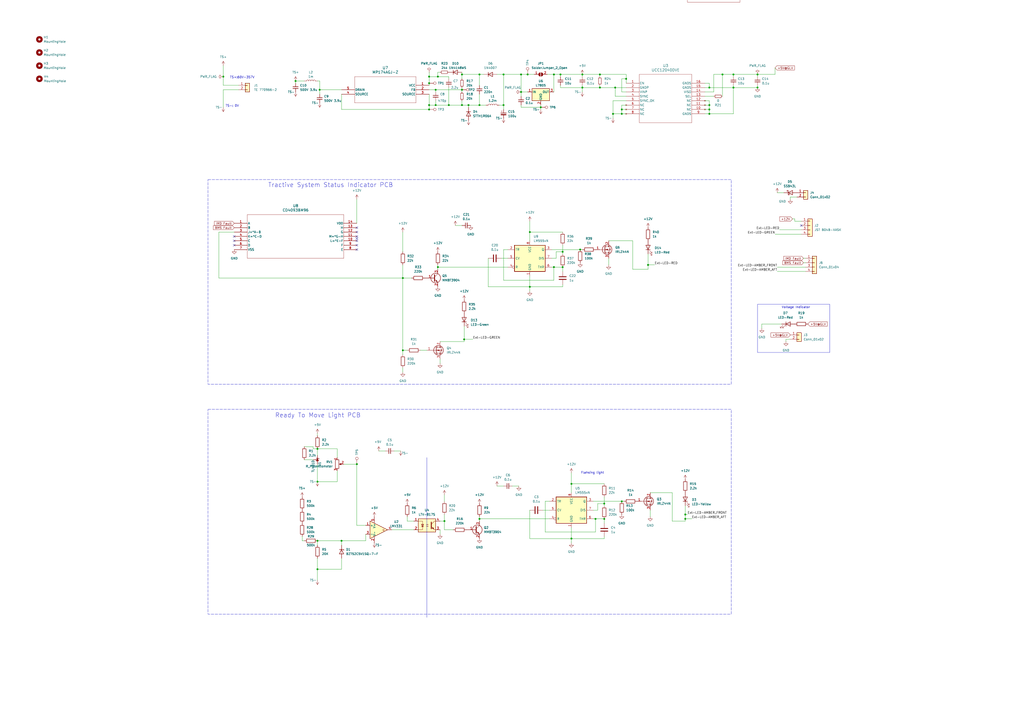
<source format=kicad_sch>
(kicad_sch (version 20250114) (generator "eeschema") (generator_version "9.0")
  (paper "A2")
  (title_block (title "TSSI & RTML and Voltage Indicator") (date "2025-1-05") (rev "1") (company "Bronco Racing"))
  (rectangle (start 439.42 176.53) (end 481.33 204.47))
  (rectangle (start 120.65 104.14) (end 424.18 222.885) (stroke (width 0) (type dash)))
  (rectangle (start 120.65 237.49) (end 424.18 356.235) (stroke (width 0) (type dash)))
  (text "Flahsing light\n" (at 343.662 274.32 0) (effects (font (size 1.27 1.27))))
  (text "TS+:60V-357V" (at 133.35 45.72 0) (effects (font (size 1.27 1.27)) (justify left bottom)))
  (text "Voltage Indicator\n" (at 453.39 179.07 0) (effects (font (size 1.27 1.27)) (justify left bottom)))
  (text "Tractive System Status Indicator PCB\n" (at 191.77 107.442 0) (effects (font (size 2.54 2.54))))
  (text "Ready To Move Light PCB\n\n\n" (at 184.404 245.11 0) (effects (font (size 2.54 2.54))))
  (text "TS-: 0V\n" (at 130.81 62.23 0) (effects (font (size 1.27 1.27)) (justify left bottom)))
  (junction (at 302.26 53.34))
  (junction (at 254 44.45))
  (junction (at 184.15 313.69))
  (junction (at 248.92 48.26))
  (junction (at 292.1 60.96))
  (junction (at 337.82 50.8))
  (junction (at 345.44 300.99))
  (junction (at 331.47 312.42))
  (junction (at 350.52 292.1))
  (junction (at 356.87 50.8))
  (junction (at 360.68 63.5))
  (junction (at 439.42 50.8))
  (junction (at 233.68 161.29))
  (junction (at 184.15 330.2))
  (junction (at 326.39 154.94))
  (junction (at 252.73 52.07))
  (junction (at 337.82 43.18))
  (junction (at 171.45 46.99))
  (junction (at 425.45 50.8))
  (junction (at 306.07 43.18))
  (junction (at 326.39 146.05))
  (junction (at 207.01 269.24))
  (junction (at 336.55 144.78))
  (junction (at 267.97 43.18))
  (junction (at 411.48 50.8))
  (junction (at 254 154.94))
  (junction (at 363.22 45.72))
  (junction (at 292.1 43.18))
  (junction (at 260.35 60.96))
  (junction (at 350.52 300.99))
  (junction (at 411.48 63.5))
  (junction (at 129.54 44.45))
  (junction (at 397.51 298.45))
  (junction (at 233.68 203.2))
  (junction (at 360.68 66.04))
  (junction (at 313.69 62.23))
  (junction (at 248.92 63.5))
  (junction (at 185.42 52.07))
  (junction (at 198.12 313.69))
  (junction (at 331.47 280.67))
  (junction (at 355.6 66.04))
  (junction (at 360.68 290.83))
  (junction (at 278.13 300.99))
  (junction (at 257.81 302.26))
  (junction (at 425.45 43.18))
  (junction (at 439.42 43.18))
  (junction (at 321.31 43.18))
  (junction (at 347.98 43.18))
  (junction (at 307.34 134.62))
  (junction (at 252.73 60.96))
  (junction (at 321.31 154.94))
  (junction (at 278.13 43.18))
  (junction (at 184.15 260.35))
  (junction (at 302.26 43.18))
  (junction (at 269.24 196.85))
  (junction (at 271.78 60.96))
  (junction (at 248.92 44.45))
  (junction (at 411.48 66.04))
  (junction (at 248.92 60.96))
  (junction (at 267.97 60.96))
  (junction (at 184.15 279.4))
  (junction (at 411.48 60.96))
  (junction (at 397.51 300.99))
  (junction (at 375.92 153.67))
  (junction (at 307.34 166.37))
  (junction (at 325.12 43.18))
  (junction (at 267.97 52.07))
  (junction (at 419.1 43.18))
  (junction (at 347.98 50.8))
  (junction (at 278.13 60.96))
  (no_connect (at 207.01 142.24))
  (no_connect (at 363.22 -15.24))
  (no_connect (at 373.38 -15.24))
  (no_connect (at 391.16 -22.86))
  (no_connect (at 391.16 -13.97))
  (no_connect (at 391.16 -11.43))
  (no_connect (at 391.16 -21.59))
  (no_connect (at 369.57 -31.75))
  (no_connect (at 375.92 -26.67))
  (no_connect (at 375.92 -21.59))
  (no_connect (at 391.16 -16.51))
  (no_connect (at 369.57 -34.29))
  (no_connect (at 464.82 130.81))
  (no_connect (at 391.16 -8.89))
  (no_connect (at 436.88 -3.81))
  (no_connect (at 135.89 137.16))
  (no_connect (at 207.01 144.78))
  (no_connect (at 135.89 139.7))
  (no_connect (at 436.88 -21.59))
  (no_connect (at 391.16 -6.35))
  (no_connect (at 436.88 -19.05))
  (no_connect (at 391.16 -3.81))
  (no_connect (at 360.68 -26.67))
  (no_connect (at 207.01 137.16))
  (no_connect (at 207.01 134.62))
  (no_connect (at 436.88 -16.51))
  (no_connect (at 207.01 138.43))
  (no_connect (at 135.89 142.24))
  (no_connect (at 391.16 -19.05))
  (no_connect (at 381 -15.24))
  (no_connect (at 360.68 -21.59))
  (no_connect (at 207.01 139.7))
  (no_connect (at 207.01 132.08))
  (no_connect (at 436.88 -13.97))
  (wire (pts (xy 345.44 308.61) (xy 316.23 308.61)))
  (wire (pts (xy 375.92 153.67) (xy 375.92 156.21)))
  (wire (pts (xy 232.41 261.62) (xy 228.6 261.62)))
  (wire (pts (xy 184.15 323.85) (xy 184.15 330.2)))
  (wire (pts (xy 248.92 60.96) (xy 252.73 60.96)))
  (wire (pts (xy 233.68 161.29) (xy 238.76 161.29)))
  (wire (pts (xy 347.98 49.53) (xy 347.98 50.8)))
  (wire (pts (xy 360.68 66.04) (xy 363.22 66.04)))
  (wire (pts (xy 260.35 60.96) (xy 267.97 60.96)))
  (wire (pts (xy 199.39 269.24) (xy 207.01 269.24)))
  (wire (pts (xy 171.45 46.99) (xy 176.53 46.99)))
  (wire (pts (xy 419.1 43.18) (xy 414.02 43.18)))
  (wire (pts (xy 233.68 213.36) (xy 233.68 215.9)))
  (wire (pts (xy 425.45 43.18) (xy 425.45 44.45)))
  (wire (pts (xy 233.68 134.62) (xy 233.68 146.05)))
  (wire (pts (xy 377.19 295.91) (xy 377.19 299.72)))
  (wire (pts (xy 411.48 60.96) (xy 408.94 60.96)))
  (wire (pts (xy 292.1 63.5) (xy 292.1 60.96)))
  (wire (pts (xy 307.34 160.02) (xy 307.34 166.37)))
  (wire (pts (xy 184.15 330.2) (xy 184.15 336.55)))
  (wire (pts (xy 278.13 300.99) (xy 318.77 300.99)))
  (wire (pts (xy 414.02 43.18) (xy 414.02 53.34)))
  (wire (pts (xy 441.96 187.96) (xy 441.96 190.5)))
  (wire (pts (xy 207.01 304.8) (xy 212.09 304.8)))
  (wire (pts (xy 302.26 53.34) (xy 302.26 55.88)))
  (wire (pts (xy 320.04 149.86) (xy 322.58 149.86)))
  (wire (pts (xy 350.52 303.53) (xy 350.52 300.99)))
  (wire (pts (xy 248.92 44.45) (xy 254 44.45)))
  (wire (pts (xy 347.98 43.18) (xy 363.22 43.18)))
  (wire (pts (xy 184.15 313.69) (xy 184.15 316.23)))
  (wire (pts (xy 207.01 115.57) (xy 207.01 129.54)))
  (wire (pts (xy 184.15 269.24) (xy 184.15 279.4)))
  (wire (pts (xy 175.26 313.69) (xy 175.26 311.15)))
  (wire (pts (xy 389.89 302.26) (xy 389.89 285.75)))
  (wire (pts (xy 269.24 189.23) (xy 269.24 196.85)))
  (wire (pts (xy 254 154.94) (xy 294.64 154.94)))
  (wire (pts (xy 302.26 60.96) (xy 302.26 62.23)))
  (wire (pts (xy 184.15 260.35) (xy 195.58 260.35)))
  (wire (pts (xy 267.97 45.72) (xy 267.97 43.18)))
  (wire (pts (xy 360.68 63.5) (xy 360.68 60.96)))
  (wire (pts (xy 337.82 43.18) (xy 337.82 44.45)))
  (wire (pts (xy 129.54 44.45) (xy 129.54 49.53)))
  (wire (pts (xy 267.97 52.07) (xy 267.97 53.34)))
  (wire (pts (xy 255.27 41.91) (xy 254 41.91)))
  (wire (pts (xy 129.54 52.07) (xy 129.54 62.23)))
  (wire (pts (xy 135.89 134.62) (xy 127 134.62)))
  (wire (pts (xy 267.97 43.18) (xy 278.13 43.18)))
  (wire (pts (xy 455.93 196.85) (xy 455.93 198.12)))
  (wire (pts (xy 292.1 43.18) (xy 288.29 43.18)))
  (wire (pts (xy 466.09 149.86) (xy 467.36 149.86)))
  (wire (pts (xy 321.31 154.94) (xy 321.31 162.56)))
  (wire (pts (xy 260.35 44.45) (xy 260.35 45.72)))
  (wire (pts (xy 458.47 115.57) (xy 458.47 114.3)))
  (wire (pts (xy 350.52 312.42) (xy 350.52 311.15)))
  (wire (pts (xy 181.61 260.35) (xy 184.15 260.35)))
  (wire (pts (xy 212.09 313.69) (xy 212.09 309.88)))
  (wire (pts (xy 356.87 50.8) (xy 363.22 50.8)))
  (wire (pts (xy 267.97 58.42) (xy 267.97 60.96)))
  (wire (pts (xy 257.81 307.34) (xy 262.89 307.34)))
  (wire (pts (xy 449.58 43.18) (xy 439.42 43.18)))
  (wire (pts (xy 316.23 290.83) (xy 316.23 308.61)))
  (wire (pts (xy 363.22 58.42) (xy 355.6 58.42)))
  (wire (pts (xy 317.5 43.18) (xy 321.31 43.18)))
  (wire (pts (xy 347.98 50.8) (xy 356.87 50.8)))
  (wire (pts (xy 129.54 38.1) (xy 129.54 44.45)))
  (wire (pts (xy 360.68 60.96) (xy 363.22 60.96)))
  (wire (pts (xy 320.04 144.78) (xy 336.55 144.78)))
  (wire (pts (xy 411.48 63.5) (xy 408.94 63.5)))
  (wire (pts (xy 411.48 50.8) (xy 425.45 50.8)))
  (wire (pts (xy 344.17 300.99) (xy 345.44 300.99)))
  (wire (pts (xy 283.21 166.37) (xy 307.34 166.37)))
  (wire (pts (xy 248.92 48.26) (xy 248.92 49.53)))
  (wire (pts (xy 307.34 134.62) (xy 326.39 134.62)))
  (wire (pts (xy 356.87 55.88) (xy 356.87 50.8)))
  (wire (pts (xy 233.68 203.2) (xy 233.68 205.74)))
  (wire (pts (xy 397.51 293.37) (xy 397.51 298.45)))
  (wire (pts (xy 313.69 62.23) (xy 313.69 60.96)))
  (wire (pts (xy 314.96 295.91) (xy 318.77 295.91)))
  (wire (pts (xy 248.92 41.91) (xy 248.92 44.45)))
  (wire (pts (xy 363.22 55.88) (xy 356.87 55.88)))
  (wire (pts (xy 360.68 66.04) (xy 360.68 63.5)))
  (wire (pts (xy 278.13 54.61) (xy 278.13 60.96)))
  (wire (pts (xy 255.27 302.26) (xy 257.81 302.26)))
  (wire (pts (xy 326.39 146.05) (xy 326.39 147.32)))
  (wire (pts (xy 300.99 281.94) (xy 297.18 281.94)))
  (wire (pts (xy 307.34 166.37) (xy 307.34 168.91)))
  (wire (pts (xy 233.68 203.2) (xy 236.22 203.2)))
  (wire (pts (xy 360.68 53.34) (xy 360.68 45.72)))
  (wire (pts (xy 289.56 60.96) (xy 292.1 60.96)))
  (wire (pts (xy 236.22 302.26) (xy 240.03 302.26)))
  (wire (pts (xy 302.26 62.23) (xy 313.69 62.23)))
  (wire (pts (xy 337.82 43.18) (xy 347.98 43.18)))
  (wire (pts (xy 267.97 41.91) (xy 267.97 43.18)))
  (wire (pts (xy 363.22 43.18) (xy 363.22 45.72)))
  (wire (pts (xy 450.85 111.76) (xy 454.66 111.76)))
  (wire (pts (xy 313.69 63.5) (xy 313.69 62.23)))
  (wire (pts (xy 449.58 135.89) (xy 464.82 135.89)))
  (wire (pts (xy 325.12 43.18) (xy 337.82 43.18)))
  (wire (pts (xy 198.12 63.5) (xy 198.12 54.61)))
  (wire (pts (xy 439.42 43.18) (xy 425.45 43.18)))
  (wire (pts (xy 397.51 300.99) (xy 401.32 300.99)))
  (wire (pts (xy 184.15 279.4) (xy 195.58 279.4)))
  (wire (pts (xy 252.73 53.34) (xy 252.73 52.07)))
  (wire (pts (xy 331.47 312.42) (xy 331.47 314.96)))
  (wire (pts (xy 346.71 295.91) (xy 346.71 292.1)))
  (wire (pts (xy 184.15 251.46) (xy 184.15 252.73)))
  (wire (pts (xy 397.51 298.45) (xy 398.78 298.45)))
  (wire (pts (xy 337.82 50.8) (xy 337.82 53.34)))
  (wire (pts (xy 290.83 149.86) (xy 294.64 149.86)))
  (wire (pts (xy 207.01 269.24) (xy 207.01 304.8)))
  (wire (pts (xy 389.89 285.75) (xy 377.19 285.75)))
  (wire (pts (xy 411.48 58.42) (xy 408.94 58.42)))
  (wire (pts (xy 254 154.94) (xy 254 156.21)))
  (wire (pts (xy 271.78 62.23) (xy 271.78 60.96)))
  (wire (pts (xy 344.17 295.91) (xy 346.71 295.91)))
  (wire (pts (xy 267.97 50.8) (xy 267.97 52.07)))
  (wire (pts (xy 411.48 66.04) (xy 411.48 63.5)))
  (wire (pts (xy 337.82 50.8) (xy 337.82 49.53)))
  (wire (pts (xy 419.1 43.18) (xy 419.1 55.88)))
  (wire (pts (xy 464.82 128.27) (xy 461.01 128.27)))
  (wire (pts (xy 254 41.91) (xy 254 44.45)))
  (wire (pts (xy 278.13 299.72) (xy 278.13 300.99)))
  (wire (pts (xy 321.31 43.18) (xy 321.31 53.34)))
  (wire (pts (xy 255.27 198.12) (xy 269.24 198.12)))
  (wire (pts (xy 302.26 43.18) (xy 306.07 43.18)))
  (wire (pts (xy 127 161.29) (xy 233.68 161.29)))
  (wire (pts (xy 326.39 142.24) (xy 326.39 146.05)))
  (wire (pts (xy 283.21 149.86) (xy 283.21 166.37)))
  (wire (pts (xy 219.71 261.62) (xy 223.52 261.62)))
  (wire (pts (xy 302.26 43.18) (xy 302.26 53.34)))
  (wire (pts (xy 247.65 203.2) (xy 243.84 203.2)))
  (wire (pts (xy 408.94 55.88) (xy 414.02 55.88)))
  (wire (pts (xy 411.48 66.04) (xy 425.45 66.04)))
  (wire (pts (xy 260.35 50.8) (xy 260.35 60.96)))
  (wire (pts (xy 307.34 134.62) (xy 307.34 139.7)))
  (wire (pts (xy 439.42 44.45) (xy 439.42 43.18)))
  (wire (pts (xy 331.47 306.07) (xy 331.47 312.42)))
  (wire (pts (xy 278.13 43.18) (xy 280.67 43.18)))
  (wire (pts (xy 264.16 130.81) (xy 267.97 130.81)))
  (wire (pts (xy 375.92 153.67) (xy 379.73 153.67)))
  (wire (pts (xy 363.22 45.72) (xy 363.22 48.26)))
  (wire (pts (xy 322.58 149.86) (xy 322.58 146.05)))
  (wire (pts (xy 321.31 43.18) (xy 325.12 43.18)))
  (wire (pts (xy 408.94 50.8) (xy 411.48 50.8)))
  (wire (pts (xy 257.81 287.02) (xy 257.81 290.83)))
  (wire (pts (xy 458.47 196.85) (xy 455.93 196.85)))
  (wire (pts (xy 322.58 146.05) (xy 326.39 146.05)))
  (wire (pts (xy 331.47 280.67) (xy 350.52 280.67)))
  (wire (pts (xy 233.68 153.67) (xy 233.68 161.29)))
  (wire (pts (xy 425.45 50.8) (xy 439.42 50.8)))
  (wire (pts (xy 397.51 302.26) (xy 389.89 302.26)))
  (wire (pts (xy 184.15 313.69) (xy 198.12 313.69)))
  (wire (pts (xy 439.42 49.53) (xy 439.42 50.8)))
  (wire (pts (xy 425.45 66.04) (xy 425.45 50.8)))
  (wire (pts (xy 195.58 260.35) (xy 195.58 265.43)))
  (wire (pts (xy 449.58 39.37) (xy 449.58 43.18)))
  (wire (pts (xy 127 134.62) (xy 127 161.29)))
  (wire (pts (xy 255.27 210.82) (xy 255.27 208.28)))
  (wire (pts (xy 325.12 43.18) (xy 325.12 44.45)))
  (wire (pts (xy 367.03 139.7) (xy 353.06 139.7)))
  (wire (pts (xy 288.29 281.94) (xy 292.1 281.94)))
  (wire (pts (xy 254 44.45) (xy 260.35 44.45)))
  (wire (pts (xy 184.15 260.35) (xy 184.15 264.16)))
  (wire (pts (xy 375.92 156.21) (xy 367.03 156.21)))
  (wire (pts (xy 252.73 52.07) (xy 267.97 52.07)))
  (wire (pts (xy 138.43 52.07) (xy 129.54 52.07)))
  (wire (pts (xy 176.53 259.08) (xy 181.61 259.08)))
  (wire (pts (xy 411.48 63.5) (xy 411.48 60.96)))
  (wire (pts (xy 198.12 313.69) (xy 212.09 313.69)))
  (wire (pts (xy 184.15 330.2) (xy 198.12 330.2)))
  (wire (pts (xy 355.6 68.58) (xy 355.6 66.04)))
  (wire (pts (xy 248.92 54.61) (xy 248.92 60.96)))
  (wire (pts (xy 292.1 43.18) (xy 302.26 43.18)))
  (wire (pts (xy 452.12 133.35) (xy 464.82 133.35)))
  (wire (pts (xy 307.34 166.37) (xy 326.39 166.37)))
  (wire (pts (xy 353.06 149.86) (xy 353.06 153.67)))
  (wire (pts (xy 185.42 46.99) (xy 184.15 46.99)))
  (wire (pts (xy 176.53 313.69) (xy 175.26 313.69)))
  (wire (pts (xy 331.47 312.42) (xy 350.52 312.42)))
  (wire (pts (xy 441.96 187.96) (xy 453.39 187.96)))
  (wire (pts (xy 450.85 157.48) (xy 467.36 157.48)))
  (wire (pts (xy 350.52 292.1) (xy 350.52 293.37)))
  (wire (pts (xy 326.39 157.48) (xy 326.39 154.94)))
  (wire (pts (xy 248.92 63.5) (xy 248.92 60.96)))
  (wire (pts (xy 425.45 50.8) (xy 425.45 49.53)))
  (wire (pts (xy 307.34 295.91) (xy 307.34 312.42)))
  (wire (pts (xy 257.81 307.34) (xy 257.81 302.26)))
  (wire (pts (xy 411.48 60.96) (xy 411.48 58.42)))
  (wire (pts (xy 345.44 300.99) (xy 345.44 308.61)))
  (wire (pts (xy 252.73 60.96) (xy 252.73 58.42)))
  (wire (pts (xy 316.23 290.83) (xy 318.77 290.83)))
  (wire (pts (xy 411.48 48.26) (xy 411.48 50.8)))
  (wire (pts (xy 248.92 44.45) (xy 248.92 48.26)))
  (wire (pts (xy 233.68 161.29) (xy 233.68 203.2)))
  (wire (pts (xy 337.82 50.8) (xy 347.98 50.8)))
  (wire (pts (xy 331.47 280.67) (xy 331.47 285.75)))
  (wire (pts (xy 278.13 60.96) (xy 271.78 60.96)))
  (wire (pts (xy 360.68 63.5) (xy 363.22 63.5)))
  (wire (pts (xy 198.12 323.85) (xy 198.12 330.2)))
  (polyline (pts (xy 247.65 265.43) (xy 247.65 358.14)))
  (wire (pts (xy 360.68 45.72) (xy 363.22 45.72)))
  (wire (pts (xy 185.42 46.99) (xy 185.42 52.07)))
  (wire (pts (xy 292.1 144.78) (xy 292.1 162.56)))
  (wire (pts (xy 458.47 114.3) (xy 462.28 114.3)))
  (wire (pts (xy 254 153.67) (xy 254 154.94)))
  (wire (pts (xy 355.6 58.42) (xy 355.6 66.04)))
  (wire (pts (xy 344.17 290.83) (xy 360.68 290.83)))
  (wire (pts (xy 375.92 147.32) (xy 375.92 153.67)))
  (wire (pts (xy 292.1 60.96) (xy 292.1 43.18)))
  (wire (pts (xy 176.53 266.7) (xy 181.61 266.7)))
  (wire (pts (xy 321.31 162.56) (xy 292.1 162.56)))
  (wire (pts (xy 307.34 128.27) (xy 307.34 134.62)))
  (wire (pts (xy 278.13 300.99) (xy 278.13 302.26)))
  (wire (pts (xy 255.27 307.34) (xy 255.27 309.88)))
  (wire (pts (xy 414.02 53.34) (xy 408.94 53.34)))
  (wire (pts (xy 236.22 299.72) (xy 236.22 302.26)))
  (wire (pts (xy 185.42 52.07) (xy 198.12 52.07)))
  (wire (pts (xy 466.09 152.4) (xy 467.36 152.4)))
  (wire (pts (xy 461.01 128.27) (xy 461.01 127)))
  (wire (pts (xy 325.12 50.8) (xy 337.82 50.8)))
  (wire (pts (xy 345.44 300.99) (xy 350.52 300.99)))
  (wire (pts (xy 326.39 166.37) (xy 326.39 165.1)))
  (wire (pts (xy 198.12 313.69) (xy 198.12 316.23)))
  (wire (pts (xy 346.71 292.1) (xy 350.52 292.1)))
  (wire (pts (xy 425.45 43.18) (xy 419.1 43.18)))
  (wire (pts (xy 267.97 60.96) (xy 271.78 60.96)))
  (wire (pts (xy 320.04 154.94) (xy 321.31 154.94)))
  (wire (pts (xy 331.47 274.32) (xy 331.47 280.67)))
  (wire (pts (xy 171.45 48.26) (xy 171.45 46.99)))
  (wire (pts (xy 269.24 196.85) (xy 269.24 198.12)))
  (wire (pts (xy 306.07 43.18) (xy 309.88 43.18)))
  (wire (pts (xy 195.58 273.05) (xy 195.58 279.4)))
  (wire (pts (xy 181.61 259.08) (xy 181.61 260.35)))
  (wire (pts (xy 360.68 290.83) (xy 361.95 290.83)))
  (wire (pts (xy 257.81 298.45) (xy 257.81 302.26)))
  (wire (pts (xy 325.12 50.8) (xy 325.12 49.53)))
  (wire (pts (xy 278.13 43.18) (xy 278.13 49.53)))
  (wire (pts (xy 292.1 144.78) (xy 294.64 144.78)))
  (wire (pts (xy 198.12 63.5) (xy 248.92 63.5)))
  (wire (pts (xy 185.42 52.07) (xy 185.42 54.61)))
  (wire (pts (xy 355.6 66.04) (xy 360.68 66.04)))
  (wire (pts (xy 408.94 48.26) (xy 411.48 48.26)))
  (wire (pts (xy 302.26 53.34) (xy 306.07 53.34)))
  (wire (pts (xy 278.13 60.96) (xy 281.94 60.96)))
  (wire (pts (xy 269.24 196.85) (xy 274.32 196.85)))
  (wire (pts (xy 336.55 144.78) (xy 337.82 144.78)))
  (wire (pts (xy 321.31 154.94) (xy 326.39 154.94)))
  (wire (pts (xy 129.54 49.53) (xy 138.43 49.53)))
  (wire (pts (xy 397.51 298.45) (xy 397.51 300.99)))
  (wire (pts (xy 367.03 156.21) (xy 367.03 139.7)))
  (wire (pts (xy 307.34 312.42) (xy 331.47 312.42)))
  (wire (pts (xy 459.74 127) (xy 461.01 127)))
  (wire (pts (xy 450.85 154.94) (xy 467.36 154.94)))
  (wire (pts (xy 227.33 307.34) (xy 240.03 307.34)))
  (wire (pts (xy 397.51 300.99) (xy 397.51 302.26)))
  (wire (pts (xy 408.94 66.04) (xy 411.48 66.04)))
  (wire (pts (xy 252.73 60.96) (xy 260.35 60.96)))
  (wire (pts (xy 350.52 288.29) (xy 350.52 292.1)))
  (wire (pts (xy 363.22 53.34) (xy 360.68 53.34)))
  (wire (pts (xy 248.92 52.07) (xy 252.73 52.07)))
  (wire (pts (xy 347.98 43.18) (xy 347.98 44.45)))
  (label "Ext-LED-GREEN" (at 274.32 196.85 0))
  (label "Ext-LED-AMBER_FRONT" (at 398.78 298.45 0))
  (label "Ext-LED-GREEN" (at 449.58 135.89 180))
  (label "Ext-LED-AMBER_FRONT" (at 450.85 154.94 180))
  (label "Ext-LED-RED" (at 379.73 153.67 0))
  (label "Ext-LED-AMBER_AFT" (at 450.85 157.48 180))
  (label "Ext-LED-RED" (at 452.12 133.35 180))
  (label "Ext-LED-AMBER_AFT" (at 401.32 300.99 0))
  (global_label "IMD Fault" (shape input) (at 135.89 129.54 180) (property "Intersheetrefs" "${INTERSHEET_REFS}" (effects (hide yes))))
  (global_label "BMS Fault" (shape input) (at 135.89 132.08 180) (property "Intersheetrefs" "${INTERSHEET_REFS}" (effects (hide yes))))
  (global_label "+12V" (shape input) (at 459.74 127 180) (property "Intersheetrefs" "${INTERSHEET_REFS}" (effects (hide yes))))
  (global_label "+5V@GLV" (shape input) (at 449.58 39.37 0) (property "Intersheetrefs" "${INTERSHEET_REFS}" (effects (hide yes))))
  (global_label "IMD Fault" (shape input) (at 466.09 149.86 180) (property "Intersheetrefs" "${INTERSHEET_REFS}" (effects (hide yes))))
  (global_label "+5V@GLV" (shape input) (at 458.47 194.31 180) (property "Intersheetrefs" "${INTERSHEET_REFS}" (effects (hide yes))))
  (global_label "BMS Fault" (shape input) (at 466.09 152.4 180) (property "Intersheetrefs" "${INTERSHEET_REFS}" (effects (hide yes))))
  (global_label "+5V@GLV" (shape input) (at 468.63 187.96 0) (property "Intersheetrefs" "${INTERSHEET_REFS}" (effects (hide yes))))
  (symbol (lib_id "Timer:LM555xN") (at 307.34 149.86 0) (unit 1)
    (property "Reference" "U9" (at 309.5341 137.16 0) (effects (justify left)))
    (property "Value" "LM555xN" (at 309.5341 139.7 0) (effects (justify left)))
    (property "Footprint" "footprints 555:M08A-L" (effects (hide yes)))
    (property "Datasheet" "http://www.ti.com/lit/ds/symlink/lm555.pdf" (effects (hide yes)))
  )
  (symbol (lib_id "Device:D_Zener") (at 198.12 320.04 270) (unit 1)
    (property "Reference" "D1" (at 200.66 318.7699 90) (effects (justify left)))
    (property "Value" "BZT52C5V1SQ-7-F" (at 200.66 321.3099 90) (effects (justify left)))
    (property "Footprint" "Diode_SMD:D_SOD-323F" (effects (hide yes)))
  )
  (symbol (lib_id "power:GND") (at 135.89 144.78 0) (unit 1)
    (property "Reference" "#PWR037" (effects (hide yes)))
    (property "Value" "GND" (at 135.89 149.86 0))
  )
  (symbol (lib_id "Device:R") (at 326.39 138.43 0) (unit 1)
    (property "Reference" "R36" (at 328.93 137.1599 0) (effects (justify left)))
    (property "Value" "22k" (at 328.93 139.6999 0) (effects (justify left)))
    (property "Footprint" "Resistor_SMD:R_0603_1608Metric" (effects (hide yes)))
    (property "LCSC" "C23344" (effects (hide yes)))
  )
  (symbol (lib_id "2023-11-19_21-51-37:UCC12040DVE") (at 391.16 -21.59 0) (unit 1)
    (property "Reference" "U10" (at 414.02 -31.75 0) (effects (font (size 1.524 1.524))))
    (property "Value" "UCC12040DVE" (at 414.02 -29.21 0) (effects (font (size 1.524 1.524))))
    (property "Footprint" "footprints:SO_0DVER_TEX" (effects (hide yes)))
    (property "Datasheet" "UCC12040DVE" (effects (hide yes)))
  )
  (symbol (lib_id "Transistor_BJT:MMBT3904") (at 251.46 161.29 0) (unit 1)
    (property "Reference" "Q5" (at 256.54 160.0199 0) (effects (justify left)))
    (property "Value" "MMBT3904" (at 256.54 162.5599 0) (effects (justify left)))
    (property "Footprint" "Package_TO_SOT_SMD:SOT-23" (effects (hide yes)))
    (property "Datasheet" "https://www.onsemi.com/pdf/datasheet/pzt3904-d.pdf" (effects (hide yes)))
  )
  (symbol (lib_id "power:+5V") (at 236.22 292.1 0) (unit 1)
    (property "Reference" "#PWR011" (effects (hide yes)))
    (property "Value" "+5V" (at 236.22 287.02 0))
  )
  (symbol (lib_id "Connector_Generic:Conn_01x02") (at 374.65 -34.29 0) (unit 1)
    (property "Reference" "J5" (at 378.46 -34.2901 0) (effects (justify left)))
    (property "Value" "TE 770966-2" (at 378.46 -31.7501 0) (effects (justify left)))
    (property "Footprint" "Connector_TE-Connectivity:TE_MATE-N-LOK_1-770966-x_1x02_P4.14mm_Horizontal" (effects (hide yes)))
  )
  (symbol (lib_id "Device:R_Small") (at 416.56 55.88 90) (mirror x) (unit 1)
    (property "Reference" "R21" (at 416.56 60.96 90))
    (property "Value" "0" (at 416.56 58.42 90))
    (property "Footprint" "Resistor_SMD:R_0603_1608Metric" (effects (hide yes)))
  )
  (symbol (lib_id "power_symbols:TS+") (at 129.54 38.1 0) (unit 1)
    (property "Reference" "#PWR01" (effects (hide yes)))
    (property "Value" "TS+" (at 129.54 33.02 0))
  )
  (symbol (lib_id "power:+12V") (at 257.81 287.02 0) (unit 1)
    (property "Reference" "#PWR013" (effects (hide yes)))
    (property "Value" "+12V" (at 257.81 281.94 0))
  )
  (symbol (lib_id "Device:C_Polarized_Small") (at 292.1 66.04 0) (unit 1)
    (property "Reference" "C15" (at 294.64 64.77 0) (effects (justify left)))
    (property "Value" "100u" (at 294.64 67.31 0) (effects (justify left)))
    (property "Footprint" "Capacitor_SMD:CP_Elec_6.3x7.7" (effects (hide yes)))
  )
  (symbol (lib_id "Device:C_Small") (at 270.51 130.81 90) (unit 1)
    (property "Reference" "C21" (at 270.5163 124.46 90))
    (property "Value" "0.1u" (at 270.5163 127 90))
    (property "Footprint" "Capacitor_SMD:C_0603_1608Metric" (effects (hide yes)))
  )
  (symbol (lib_id "power:+12V") (at 207.01 115.57 0) (unit 1)
    (property "Reference" "#PWR042" (effects (hide yes)))
    (property "Value" "+12V" (at 207.01 110.49 0))
  )
  (symbol (lib_id "power:+12V") (at 450.85 111.76 0) (unit 1)
    (property "Reference" "#PWR023" (effects (hide yes)))
    (property "Value" "+12V" (at 450.85 106.68 0))
  )
  (symbol (lib_id "Transistor_FET:IRLZ44N") (at 374.65 290.83 0) (unit 1)
    (property "Reference" "Q3" (at 381 289.5599 0) (effects (justify left)))
    (property "Value" "IRLZ44N" (at 381 292.0999 0) (effects (justify left)))
    (property "Footprint" "IRLZ44NSTRLPBF:NMOSGDS_D2PAK_INF" (effects (hide yes)))
    (property "Datasheet" "http://www.irf.com/product-info/datasheets/data/irlz44n.pdf" (effects (hide yes)))
  )
  (symbol (lib_id "Regulator_Linear:L7805") (at 313.69 53.34 0) (unit 1)
    (property "Reference" "U6" (at 313.69 46.99 0))
    (property "Value" "L7805" (at 313.69 49.53 0))
    (property "Footprint" "Package_TO_SOT_SMD:TO-252-2" (effects (hide yes)))
    (property "Datasheet" "http://www.st.com/content/ccc/resource/technical/document/datasheet/41/4f/b3/b0/12/d4/47/88/CD00000444.pdf/files/CD00000444.pdf/jcr:content/translations/en.CD00000444.pdf" (effects (hide yes)))
  )
  (symbol (lib_id "power:PWR_FLAG") (at 248.92 41.91 0) (unit 1)
    (property "Reference" "#FLG04" (effects (hide yes)))
    (property "Value" "PWR_FLAG" (at 248.92 36.83 0))
  )
  (symbol (lib_id "Device:R") (at 464.82 187.96 90) (unit 1)
    (property "Reference" "R19" (at 464.82 181.61 90))
    (property "Value" "1k" (at 464.82 184.15 90))
    (property "Footprint" "Resistor_SMD:R_0603_1608Metric" (effects (hide yes)))
  )
  (symbol (lib_id "power:GND") (at 360.68 298.45 0) (unit 1)
    (property "Reference" "#PWR024" (effects (hide yes)))
    (property "Value" "GND" (at 360.68 303.53 0))
  )
  (symbol (lib_id "Device:C_Small") (at 294.64 281.94 90) (unit 1)
    (property "Reference" "C6" (at 294.6463 275.59 90))
    (property "Value" "0.1u" (at 294.6463 278.13 90))
    (property "Footprint" "Capacitor_SMD:C_0603_1608Metric" (effects (hide yes)))
  )
  (symbol (lib_id "power:+5V") (at 184.15 251.46 0) (unit 1)
    (property "Reference" "#PWR03" (effects (hide yes)))
    (property "Value" "+5V" (at 184.15 246.38 0))
  )
  (symbol (lib_id "power_symbols:TS+") (at 175.26 288.29 0) (unit 1)
    (property "Reference" "#PWR05" (effects (hide yes)))
    (property "Value" "TS+" (at 175.26 283.21 0))
  )
  (symbol (lib_id "Device:R") (at 257.81 294.64 0) (unit 1)
    (property "Reference" "R20" (at 260.35 293.37 0) (effects (justify left)))
    (property "Value" "22k" (at 260.35 295.91 0) (effects (justify left)))
    (property "Footprint" "Resistor_SMD:R_0603_1608Metric" (effects (hide yes)))
  )
  (symbol (lib_id "power:+12V") (at 331.47 274.32 0) (unit 1)
    (property "Reference" "#PWR018" (effects (hide yes)))
    (property "Value" "+12V" (at 331.47 269.24 0))
  )
  (symbol (lib_id "power:GND") (at 300.99 281.94 0) (unit 1)
    (property "Reference" "#PWR0102" (effects (hide yes)))
    (property "Value" "GND" (at 300.99 287.02 0))
  )
  (symbol (lib_id "Device:D") (at 271.78 66.04 270) (unit 1)
    (property "Reference" "D4" (at 274.32 64.77 90) (effects (justify left)))
    (property "Value" "STTH1R06A" (at 274.32 67.31 90) (effects (justify left)))
    (property "Footprint" "Diode_SMD:D_SMA" (effects (hide yes)))
    (property "Sim.Device" "D" (effects (hide yes)))
    (property "Sim.Pins" "1=K 2=A" (effects (hide yes)))
  )
  (symbol (lib_id "Device:R") (at 360.68 294.64 180) (unit 1)
    (property "Reference" "R13" (at 363.22 293.3699 0) (effects (justify right)))
    (property "Value" "100k" (at 363.22 295.9099 0) (effects (justify right)))
    (property "Footprint" "Resistor_SMD:R_0603_1608Metric" (effects (hide yes)))
  )
  (symbol (lib_id "power:GND") (at 254 166.37 0) (unit 1)
    (property "Reference" "#PWR041" (effects (hide yes)))
    (property "Value" "GND" (at 254 171.45 0))
  )
  (symbol (lib_id "power:GND") (at 255.27 309.88 0) (unit 1)
    (property "Reference" "#PWR030" (effects (hide yes)))
    (property "Value" "GND" (at 255.27 314.96 0))
  )
  (symbol (lib_id "power:GND") (at 458.47 115.57 0) (unit 1)
    (property "Reference" "#PWR020" (effects (hide yes)))
    (property "Value" "GND" (at 455.93 116.84 0) (effects (justify right)))
  )
  (symbol (lib_id "Device:R") (at 266.7 307.34 90) (unit 1)
    (property "Reference" "R16" (at 266.7 300.99 90))
    (property "Value" "220k" (at 266.7 303.53 90))
    (property "Footprint" "Resistor_SMD:R_0603_1608Metric" (effects (hide yes)))
  )
  (symbol (lib_id "Device:C_Small") (at 337.82 46.99 0) (unit 1)
    (property "Reference" "C12" (at 340.36 45.7263 0) (effects (justify left)))
    (property "Value" "0.1u" (at 340.36 48.2663 0) (effects (justify left)))
    (property "Footprint" "Capacitor_SMD:C_0603_1608Metric" (effects (hide yes)))
  )
  (symbol (lib_id "Device:R") (at 242.57 161.29 90) (unit 1)
    (property "Reference" "R33" (at 242.57 154.94 90))
    (property "Value" "220k" (at 242.57 157.48 90))
    (property "Footprint" "Resistor_SMD:R_0603_1608Metric" (effects (hide yes)))
  )
  (symbol (lib_id "Device:C") (at 350.52 307.34 180) (unit 1)
    (property "Reference" "C4" (at 354.33 306.07 0) (effects (justify right)))
    (property "Value" "1u" (at 354.33 308.61 0) (effects (justify right)))
    (property "Footprint" "Capacitor_SMD:C_0603_1608Metric" (effects (hide yes)))
  )
  (symbol (lib_id "Device:D") (at 264.16 41.91 0) (unit 1)
    (property "Reference" "D10" (at 264.16 36.83 0))
    (property "Value" "1N4148WS" (at 265.43 39.37 0))
    (property "Footprint" "Diode_SMD:D_SOD-323" (effects (hide yes)))
    (property "Sim.Device" "D" (effects (hide yes)))
    (property "Sim.Pins" "1=K 2=A" (effects (hide yes)))
  )
  (symbol (lib_id "power:+12V") (at 307.34 128.27 0) (unit 1)
    (property "Reference" "#PWR067" (effects (hide yes)))
    (property "Value" "+12V" (at 307.34 123.19 0))
  )
  (symbol (lib_id "Device:R") (at 184.15 256.54 0) (unit 1)
    (property "Reference" "R2" (at 186.69 255.2699 0) (effects (justify left)))
    (property "Value" "2.2k" (at 186.69 257.8099 0) (effects (justify left)))
    (property "Footprint" "Resistor_SMD:R_0603_1608Metric" (effects (hide yes)))
  )
  (symbol (lib_id "Device:R_Small") (at 267.97 48.26 0) (unit 1)
    (property "Reference" "R17" (at 270.51 46.99 0) (effects (justify left)))
    (property "Value" "20k" (at 270.51 49.53 0) (effects (justify left)))
    (property "Footprint" "Resistor_SMD:R_0603_1608Metric" (effects (hide yes)))
  )
  (symbol (lib_id "power_symbols:TS-") (at 185.42 59.69 0) (unit 1)
    (property "Reference" "#PWR08" (effects (hide yes)))
    (property "Value" "TS-" (at 182.88 59.69 0))
  )
  (symbol (lib_id "Mechanical:MountingHole") (at 22.86 38.1 0) (unit 1)
    (property "Reference" "H3" (at 26.67 36.83 0))
    (property "Value" "MountingHole" (at 31.75 39.37 0))
    (property "Footprint" "MountingHole:MountingHole_3.2mm_M3" (effects (hide yes)))
  )
  (symbol (lib_id "Device:R") (at 254 149.86 180) (unit 1)
    (property "Reference" "R34" (at 256.54 148.5899 0) (effects (justify right)))
    (property "Value" "22k" (at 256.54 151.1299 0) (effects (justify right)))
    (property "Footprint" "Resistor_SMD:R_0603_1608Metric" (effects (hide yes)))
    (property "LCSC" "C23344" (effects (hide yes)))
  )
  (symbol (lib_id "Connector:TestPoint") (at 313.69 62.23 270) (unit 1)
    (property "Reference" "TP6" (at 318.77 62.23 90) (effects (justify left)))
    (property "Value" "TestPoint" (effects (hide yes)))
    (property "Footprint" "TestPoint:TestPoint_Keystone_5019_Minature" (effects (hide yes)))
  )
  (symbol (lib_id "power:GND") (at 441.96 190.5 0) (unit 1)
    (property "Reference" "#PWR027" (effects (hide yes)))
    (property "Value" "GND" (at 441.96 195.58 0))
  )
  (symbol (lib_id "2023-11-19_21-51-37:UCC12040DVE") (at 363.22 48.26 0) (unit 1)
    (property "Reference" "U3" (at 386.08 38.1 0) (effects (font (size 1.524 1.524))))
    (property "Value" "UCC12040DVE" (at 386.08 40.64 0) (effects (font (size 1.524 1.524))))
    (property "Footprint" "footprints:SO_0DVER_TEX" (effects (hide yes)))
    (property "Datasheet" "UCC12040DVE" (effects (hide yes)))
  )
  (symbol (lib_id "Device:R") (at 176.53 262.89 0) (unit 1)
    (property "Reference" "R1" (at 179.07 261.6199 0) (effects (justify left)))
    (property "Value" "2.2k" (at 179.07 264.1599 0) (effects (justify left)))
    (property "Footprint" "Resistor_SMD:R_0603_1608Metric" (effects (hide yes)))
  )
  (symbol (lib_id "Device:R") (at 326.39 151.13 0) (unit 1)
    (property "Reference" "R37" (at 328.93 149.8599 0) (effects (justify left)))
    (property "Value" "220k" (at 328.93 152.3999 0) (effects (justify left)))
    (property "Footprint" "Resistor_SMD:R_0603_1608Metric" (effects (hide yes)))
  )
  (symbol (lib_id "power:GND") (at 353.06 153.67 0) (unit 1)
    (property "Reference" "#PWR046" (effects (hide yes)))
    (property "Value" "GND" (at 353.06 158.75 0))
  )
  (symbol (lib_id "Device:C_Small") (at 439.42 46.99 0) (unit 1)
    (property "Reference" "C14" (at 441.96 45.7263 0) (effects (justify left)))
    (property "Value" "0.1u" (at 441.96 48.2663 0) (effects (justify left)))
    (property "Footprint" "Capacitor_SMD:C_0603_1608Metric" (effects (hide yes)))
  )
  (symbol (lib_id "Timer:LM555xN") (at 331.47 295.91 0) (unit 1)
    (property "Reference" "U5" (at 333.6641 283.21 0) (effects (justify left)))
    (property "Value" "LM555xN" (at 333.6641 285.75 0) (effects (justify left)))
    (property "Footprint" "footprints 555:M08A-L" (effects (hide yes)))
    (property "Datasheet" "http://www.ti.com/lit/ds/symlink/lm555.pdf" (effects (hide yes)))
  )
  (symbol (lib_id "Device:R") (at 350.52 284.48 0) (unit 1)
    (property "Reference" "R11" (at 353.06 283.2099 0) (effects (justify left)))
    (property "Value" "22k" (at 353.06 285.7499 0) (effects (justify left)))
    (property "Footprint" "Resistor_SMD:R_0603_1608Metric" (effects (hide yes)))
  )
  (symbol (lib_id "power_symbols:TS-") (at 337.82 53.34 0) (unit 1)
    (property "Reference" "#PWR021" (effects (hide yes)))
    (property "Value" "TS-" (at 335.28 53.34 0))
  )
  (symbol (lib_id "Device:R") (at 233.68 209.55 180) (unit 1)
    (property "Reference" "R30" (at 236.22 208.28 0) (effects (justify right)))
    (property "Value" "220k" (at 236.22 210.82 0) (effects (justify right)))
    (property "Footprint" "Resistor_SMD:R_0603_1608Metric" (effects (hide yes)))
  )
  (symbol (lib_id "Device:C") (at 311.15 295.91 90) (unit 1)
    (property "Reference" "C3" (at 311.15 288.29 90))
    (property "Value" "0.1u" (at 311.15 290.83 90))
    (property "Footprint" "Capacitor_SMD:C_0603_1608Metric" (effects (hide yes)))
  )
  (symbol (lib_id "power:+12V") (at 278.13 292.1 0) (unit 1)
    (property "Reference" "#PWR031" (effects (hide yes)))
    (property "Value" "+12V" (at 278.13 287.02 0))
  )
  (symbol (lib_id "power:+12V") (at 254 146.05 0) (unit 1)
    (property "Reference" "#PWR064" (effects (hide yes)))
    (property "Value" "+12V" (at 254 140.97 0))
  )
  (symbol (lib_id "Connector:TestPoint") (at 207.01 269.24 0) (unit 1)
    (property "Reference" "TP5" (at 207.01 264.16 90) (effects (justify left)))
    (property "Value" "TestPoint" (effects (hide yes)))
    (property "Footprint" "TestPoint:TestPoint_Keystone_5019_Minature" (effects (hide yes)))
  )
  (symbol (lib_id "power:+12V") (at 264.16 130.81 0) (unit 1)
    (property "Reference" "#PWR066" (effects (hide yes)))
    (property "Value" "+12V" (at 264.16 125.73 0))
  )
  (symbol (lib_id "power_symbols:TS-") (at 355.6 68.58 0) (unit 1)
    (property "Reference" "#PWR016" (effects (hide yes)))
    (property "Value" "TS-" (at 353.06 68.58 0))
  )
  (symbol (lib_id "Device:R") (at 175.26 299.72 0) (unit 1)
    (property "Reference" "R4" (at 177.8 298.4499 0) (effects (justify left)))
    (property "Value" "500k" (at 177.8 300.9899 0) (effects (justify left)))
    (property "Footprint" "Resistor_SMD:R_1206_3216Metric" (effects (hide yes)))
  )
  (symbol (lib_id "Isolator:LTV-817S") (at 247.65 304.8 0) (unit 1)
    (property "Reference" "U4" (at 247.65 295.91 0))
    (property "Value" "LTV-817S" (at 247.65 298.45 0))
    (property "Footprint" "Package_DIP:SMDIP-4_W9.53mm" (effects (hide yes)))
    (property "Datasheet" "http://www.us.liteon.com/downloads/LTV-817-827-847.PDF" (effects (hide yes)))
  )
  (symbol (lib_id "power:GND") (at 336.55 152.4 0) (unit 1)
    (property "Reference" "#PWR045" (effects (hide yes)))
    (property "Value" "GND" (at 336.55 157.48 0))
  )
  (symbol (lib_id "Jumper:SolderJumper_2_Open") (at 313.69 43.18 0) (unit 1)
    (property "Reference" "JP1" (at 313.69 36.83 0))
    (property "Value" "SolderJumper_2_Open" (at 318.77 39.37 0))
    (property "Footprint" "Jumper:SolderJumper-2_P1.3mm_Open_RoundedPad1.0x1.5mm" (effects (hide yes)))
  )
  (symbol (lib_id "Device:LED") (at 269.24 185.42 90) (unit 1)
    (property "Reference" "D13" (at 273.05 185.7374 90) (effects (justify right)))
    (property "Value" "LED-Green" (at 273.05 188.2774 90) (effects (justify right)))
    (property "Footprint" "LED_SMD:LED_0603_1608Metric" (effects (hide yes)))
  )
  (symbol (lib_id "Device:C") (at 287.02 149.86 90) (unit 1)
    (property "Reference" "C20" (at 287.02 142.24 90))
    (property "Value" "0.1u" (at 287.02 144.78 90))
    (property "Footprint" "Capacitor_SMD:C_0603_1608Metric" (effects (hide yes)))
  )
  (symbol (lib_id "Device:C_Small") (at 425.45 46.99 0) (unit 1)
    (property "Reference" "C13" (at 427.99 45.7263 0) (effects (justify left)))
    (property "Value" "10u" (at 427.99 48.2663 0) (effects (justify left)))
    (property "Footprint" "Capacitor_SMD:C_0603_1608Metric" (effects (hide yes)))
  )
  (symbol (lib_id "Device:R") (at 341.63 144.78 90) (unit 1)
    (property "Reference" "R39" (at 341.63 138.43 90))
    (property "Value" "1k" (at 341.63 140.97 90))
    (property "Footprint" "Resistor_SMD:R_0603_1608Metric" (effects (hide yes)))
  )
  (symbol (lib_id "Transistor_BJT:MMBT3904") (at 275.59 307.34 0) (unit 1)
    (property "Reference" "Q2" (at 280.67 306.0699 0) (effects (justify left)))
    (property "Value" "MMBT3904" (at 280.67 308.6099 0) (effects (justify left)))
    (property "Footprint" "Package_TO_SOT_SMD:SOT-23" (effects (hide yes)))
    (property "Datasheet" "https://www.onsemi.com/pdf/datasheet/pzt3904-d.pdf" (effects (hide yes)))
  )
  (symbol (lib_id "Device:C_Small") (at 360.68 -24.13 0) (unit 1)
    (property "Reference" "C16" (at 363.22 -25.3937 0) (effects (justify left)))
    (property "Value" "500V 3.9u" (at 363.22 -22.8537 0) (effects (justify left)))
    (property "Footprint" "Capacitor_SMD:C_Elec_10x10.2" (effects (hide yes)))
  )
  (symbol (lib_id "power:GND") (at 331.47 314.96 0) (unit 1)
    (property "Reference" "#PWR022" (effects (hide yes)))
    (property "Value" "GND" (at 331.47 320.04 0))
  )
  (symbol (lib_id "Device:D_Schottky") (at 458.47 111.76 0) (unit 1)
    (property "Reference" "D5" (at 458.1525 105.41 0))
    (property "Value" "SSB43L" (at 458.1525 107.95 0))
    (property "Footprint" "Diode_SMD:D_SMB" (effects (hide yes)))
  )
  (symbol (lib_id "Device:R") (at 236.22 295.91 0) (unit 1)
    (property "Reference" "R6" (at 238.76 294.64 0) (effects (justify left)))
    (property "Value" "1k" (at 238.76 297.18 0) (effects (justify left)))
    (property "Footprint" "Resistor_SMD:R_0603_1608Metric" (effects (hide yes)))
  )
  (symbol (lib_id "power_symbols:TS-") (at 292.1 68.58 0) (unit 1)
    (property "Reference" "#PWR010" (effects (hide yes)))
    (property "Value" "TS-" (at 289.56 68.58 0))
  )
  (symbol (lib_id "Device:R") (at 269.24 177.8 180) (unit 1)
    (property "Reference" "R35" (at 271.78 176.5299 0) (effects (justify right)))
    (property "Value" "2.2k" (at 271.78 179.0699 0) (effects (justify right)))
    (property "Footprint" "Resistor_SMD:R_0603_1608Metric" (effects (hide yes)))
  )
  (symbol (lib_id "power_symbols:TS+") (at 171.45 46.99 0) (unit 1)
    (property "Reference" "#PWR014" (effects (hide yes)))
    (property "Value" "TS+" (at 171.45 41.91 0))
  )
  (symbol (lib_id "Comparator:LMV331") (at 219.71 307.34 0) (unit 1)
    (property "Reference" "U2" (at 229.87 302.641 0))
    (property "Value" "LMV331" (at 229.87 305.181 0))
    (property "Footprint" "Package_TO_SOT_SMD:SOT-23-5" (effects (hide yes)))
    (property "Datasheet" "http://www.ti.com/lit/ds/symlink/lmv331.pdf" (effects (hide yes)))
  )
  (symbol (lib_id "Device:C_Small") (at 226.06 261.62 90) (unit 1)
    (property "Reference" "C5" (at 226.0663 255.27 90))
    (property "Value" "0.1u" (at 226.0663 257.81 90))
    (property "Footprint" "Capacitor_SMD:C_0603_1608Metric" (effects (hide yes)))
  )
  (symbol (lib_id "Device:L") (at 285.75 60.96 90) (unit 1)
    (property "Reference" "L1" (at 285.75 55.88 90))
    (property "Value" "1.2m" (at 285.75 58.42 90))
    (property "Footprint" "Inductor_SMD:L_12x12mm_H8mm" (effects (hide yes)))
  )
  (symbol (lib_id "Device:L") (at 180.34 46.99 90) (unit 1)
    (property "Reference" "L2" (at 180.34 41.91 90))
    (property "Value" "1m" (at 180.34 44.45 90))
    (property "Footprint" "Inductor_SMD:L_1210_3225Metric" (effects (hide yes)))
  )
  (symbol (lib_id "Device:R") (at 365.76 290.83 90) (unit 1)
    (property "Reference" "R14" (at 365.76 284.48 90))
    (property "Value" "1k" (at 365.76 287.02 90))
    (property "Footprint" "Resistor_SMD:R_0603_1608Metric" (effects (hide yes)))
  )
  (symbol (lib_id "Device:R_Potentiometer") (at 195.58 269.24 0) (unit 1)
    (property "Reference" "RV1" (at 193.04 267.9699 0) (effects (justify right)))
    (property "Value" "R_Potentiometer" (at 193.04 270.5099 0) (effects (justify right)))
    (property "Footprint" "Potentiometer_SMD:Potentiometer_Bourns_3269W_Vertical" (effects (hide yes)))
    (property "Description" "Potentiometer" (effects (hide yes)))
  )
  (symbol (lib_id "power:+12V") (at 233.68 134.62 0) (unit 1)
    (property "Reference" "#PWR039" (effects (hide yes)))
    (property "Value" "+12V" (at 233.68 129.54 0))
  )
  (symbol (lib_id "Connector_Generic:Conn_01x02") (at 467.36 111.76 0) (unit 1)
    (property "Reference" "J4" (at 469.9 111.76 0) (effects (justify left)))
    (property "Value" "Conn_01x02" (at 469.9 114.3 0) (effects (justify left)))
    (property "Footprint" "Connector_TE-Connectivity:TE_MATE-N-LOK_1-770966-x_1x02_P4.14mm_Horizontal" (effects (hide yes)))
  )
  (symbol (lib_id "Device:R") (at 175.26 292.1 0) (unit 1)
    (property "Reference" "R3" (at 177.8 290.8299 0) (effects (justify left)))
    (property "Value" "500k" (at 177.8 293.3699 0) (effects (justify left)))
    (property "Footprint" "Resistor_SMD:R_1206_3216Metric" (effects (hide yes)))
  )
  (symbol (lib_id "Device:R") (at 397.51 281.94 180) (unit 1)
    (property "Reference" "R15" (at 400.05 280.67 0) (effects (justify right)))
    (property "Value" "2.2k" (at 400.05 283.21 0) (effects (justify right)))
    (property "Footprint" "Resistor_SMD:R_0603_1608Metric" (effects (hide yes)))
  )
  (symbol (lib_id "power:+5V") (at 217.17 299.72 0) (unit 1)
    (property "Reference" "#PWR07" (effects (hide yes)))
    (property "Value" "+5V" (at 217.17 294.64 0))
  )
  (symbol (lib_id "power:+5V") (at 219.71 261.62 0) (unit 1)
    (property "Reference" "#PWR0101" (effects (hide yes)))
    (property "Value" "+5V" (at 219.202 256.286 0))
  )
  (symbol (lib_id "Device:R_Small") (at 257.81 41.91 90) (unit 1)
    (property "Reference" "R23" (at 257.81 36.83 90))
    (property "Value" "24k" (at 257.81 39.37 90))
    (property "Footprint" "Resistor_SMD:R_0603_1608Metric" (effects (hide yes)))
  )
  (symbol (lib_id "Device:LED") (at 375.92 143.51 90) (unit 1)
    (property "Reference" "D14" (at 379.73 143.8274 90) (effects (justify right)))
    (property "Value" "LED-Red" (at 379.73 146.3674 90) (effects (justify right)))
    (property "Footprint" "LED_SMD:LED_0603_1608Metric" (effects (hide yes)))
  )
  (symbol (lib_id "power:GND") (at 278.13 312.42 0) (unit 1)
    (property "Reference" "#PWR017" (effects (hide yes)))
    (property "Value" "GND" (at 278.13 317.5 0))
  )
  (symbol (lib_id "power:+12V") (at 397.51 278.13 0) (unit 1)
    (property "Reference" "#PWR019" (effects (hide yes)))
    (property "Value" "+12V" (at 397.51 273.05 0))
  )
  (symbol (lib_id "Device:R_Small") (at 347.98 46.99 0) (unit 1)
    (property "Reference" "R24" (at 350.52 45.72 0) (effects (justify left)))
    (property "Value" "1k" (at 350.52 48.26 0) (effects (justify left)))
    (property "Footprint" "Resistor_SMD:R_0603_1608Metric" (effects (hide yes)))
  )
  (symbol (lib_id "Device:R") (at 240.03 203.2 90) (unit 1)
    (property "Reference" "R31" (at 240.03 196.85 90))
    (property "Value" "1k" (at 240.03 199.39 90))
    (property "Footprint" "Resistor_SMD:R_0603_1608Metric" (effects (hide yes)))
  )
  (symbol (lib_id "Connector_Generic:Conn_01x02") (at 463.55 194.31 0) (unit 1)
    (property "Reference" "J3" (at 466.09 194.31 0) (effects (justify left)))
    (property "Value" "Conn_01x02" (at 466.09 196.85 0) (effects (justify left)))
    (property "Footprint" "Connector_TE-Connectivity:TE_MATE-N-LOK_1-770966-x_1x02_P4.14mm_Horizontal" (effects (hide yes)))
  )
  (symbol (lib_id "power:GND") (at 273.05 130.81 0) (unit 1)
    (property "Reference" "#PWR043" (effects (hide yes)))
    (property "Value" "GND" (at 273.05 135.89 0))
  )
  (symbol (lib_id "Connector:TestPoint") (at 248.92 63.5 270) (unit 1)
    (property "Reference" "TP3" (at 254 63.5 90) (effects (justify left)))
    (property "Value" "TestPoint" (effects (hide yes)))
    (property "Footprint" "TestPoint:TestPoint_Keystone_5019_Minature" (effects (hide yes)))
  )
  (symbol (lib_id "Device:R") (at 180.34 313.69 90) (unit 1)
    (property "Reference" "R29" (at 180.34 311.15 90))
    (property "Value" "500k" (at 180.34 316.23 90))
    (property "Footprint" "Resistor_SMD:R_1206_3216Metric" (effects (hide yes)))
  )
  (symbol (lib_id "power_symbols:TS-") (at 217.17 314.96 0) (mirror y) (unit 1)
    (property "Reference" "#PWR0108" (effects (hide yes)))
    (property "Value" "TS-" (at 219.71 316.23 0))
  )
  (symbol (lib_id "Device:C_Small") (at 302.26 58.42 0) (unit 1)
    (property "Reference" "C2" (at 304.8 57.1563 0) (effects (justify left)))
    (property "Value" "0.1u" (at 304.8 59.6963 0) (effects (justify left)))
    (property "Footprint" "Capacitor_SMD:C_0603_1608Metric" (effects (hide yes)))
  )
  (symbol (lib_id "power:PWR_FLAG") (at 129.54 44.45 90) (unit 1)
    (property "Reference" "#FLG0101" (effects (hide yes)))
    (property "Value" "PWR_FLAG" (at 125.73 44.4499 90) (effects (justify left)))
  )
  (symbol (lib_id "power_symbols:TS-") (at 271.78 69.85 0) (unit 1)
    (property "Reference" "#PWR09" (effects (hide yes)))
    (property "Value" "TS-" (at 269.24 69.85 0))
  )
  (symbol (lib_id "Mechanical:MountingHole") (at 22.86 45.72 270) (unit 1)
    (property "Reference" "H4" (at 25.4 44.4499 90) (effects (justify left)))
    (property "Value" "MountingHole" (at 25.4 46.9899 90) (effects (justify left)))
    (property "Footprint" "MountingHole:MountingHole_3.2mm_M3" (effects (hide yes)))
  )
  (symbol (lib_id "Connector:TestPoint") (at 363.22 -15.24 270) (unit 1)
    (property "Reference" "TP7" (at 368.3 -15.24 90) (effects (justify left)))
    (property "Value" "TestPoint" (effects (hide yes)))
    (property "Footprint" "TestPoint:TestPoint_Keystone_5019_Minature" (effects (hide yes)))
  )
  (symbol (lib_id "Device:C_Small") (at 252.73 55.88 0) (unit 1)
    (property "Reference" "C8" (at 255.27 54.6163 0) (effects (justify left)))
    (property "Value" "470p" (at 254 58.42 0) (effects (justify left)))
    (property "Footprint" "Capacitor_SMD:C_0603_1608Metric" (effects (hide yes)))
  )
  (symbol (lib_id "Connector_Generic:Conn_01x04") (at 472.44 152.4 0) (unit 1)
    (property "Reference" "J6" (at 474.98 152.3999 0) (effects (justify left)))
    (property "Value" "Conn_01x04" (at 474.98 154.9399 0) (effects (justify left)))
    (property "Footprint" "Connector_TE-Connectivity:TE_MATE-N-LOK_1-770968-x_2x02_P4.14mm_Horizontal" (effects (hide yes)))
    (property "Description" "Generic connector, single row, 01x04, script generated (kicad-library-utils/schlib/autogen/connector/)" (effects (hide yes)))
  )
  (symbol (lib_id "2023-11-19_21-55-29:MP174AGJ-Z") (at 248.92 49.53 0) (mirror y) (unit 1)
    (property "Reference" "U7" (at 223.52 39.37 0) (effects (font (size 1.524 1.524))))
    (property "Value" "MP174AGJ-Z" (at 223.52 41.91 0) (effects (font (size 1.524 1.524))))
    (property "Footprint" "MP174AGJ_Z:TSOT23-5_MP174A_MNP" (effects (hide yes)))
    (property "Datasheet" "MP174AGJ-Z" (effects (hide yes)))
  )
  (symbol (lib_id "power_symbols:TS-") (at 184.15 336.55 0) (unit 1)
    (property "Reference" "#PWR06" (effects (hide yes)))
    (property "Value" "TS-" (at 181.61 336.55 0))
  )
  (symbol (lib_id "Device:C") (at 326.39 161.29 180) (unit 1)
    (property "Reference" "C22" (at 330.2 160.02 0) (effects (justify right)))
    (property "Value" "1u" (at 330.2 162.56 0) (effects (justify right)))
    (property "Footprint" "Capacitor_SMD:C_0603_1608Metric" (effects (hide yes)))
  )
  (symbol (lib_id "Device:R") (at 184.15 320.04 0) (unit 1)
    (property "Reference" "R5" (at 186.69 318.7699 0) (effects (justify left)))
    (property "Value" "20K" (at 186.69 321.31 0) (effects (justify left)))
    (property "Footprint" "Resistor_SMD:R_1206_3216Metric" (effects (hide yes)))
  )
  (symbol (lib_id "Device:C_Small") (at 375.92 -24.13 0) (unit 1)
    (property "Reference" "C17" (at 378.46 -25.3937 0) (effects (justify left)))
    (property "Value" "500V 3.9u" (at 378.46 -22.8537 0) (effects (justify left)))
    (property "Footprint" "Capacitor_SMD:C_Elec_10x10.2" (effects (hide yes)))
  )
  (symbol (lib_id "Device:R") (at 375.92 135.89 180) (unit 1)
    (property "Reference" "R40" (at 378.46 134.62 0) (effects (justify right)))
    (property "Value" "1k" (at 378.46 137.16 0) (effects (justify right)))
    (property "Footprint" "Resistor_SMD:R_0603_1608Metric" (effects (hide yes)))
  )
  (symbol (lib_id "power:PWR_FLAG") (at 439.42 43.18 0) (unit 1)
    (property "Reference" "#FLG01" (effects (hide yes)))
    (property "Value" "PWR_FLAG" (at 439.42 38.1 0))
  )
  (symbol (lib_id "Device:C_Small") (at 185.42 57.15 0) (unit 1)
    (property "Reference" "C9" (at 187.96 55.8863 0) (effects (justify left)))
    (property "Value" "500V 3.9u" (at 187.96 58.4263 0) (effects (justify left)))
    (property "Footprint" "Capacitor_SMD:C_Elec_10x10.2" (effects (hide yes)))
  )
  (symbol (lib_id "power_symbols:TS-") (at 313.69 63.5 0) (unit 1)
    (property "Reference" "#PWR032" (effects (hide yes)))
    (property "Value" "TS-" (at 311.15 63.5 0))
  )
  (symbol (lib_id "Transistor_FET:IRLZ44N") (at 252.73 203.2 0) (unit 1)
    (property "Reference" "Q4" (at 259.08 201.9299 0) (effects (justify left)))
    (property "Value" "IRLZ44N" (at 259.08 204.4699 0) (effects (justify left)))
    (property "Footprint" "IRLZ44NSTRLPBF:NMOSGDS_D2PAK_INF" (effects (hide yes)))
    (property "Datasheet" "http://www.irf.com/product-info/datasheets/data/irlz44n.pdf" (effects (hide yes)))
  )
  (symbol (lib_id "Mechanical:MountingHole") (at 22.86 30.48 0) (unit 1)
    (property "Reference" "H2" (at 26.67 29.21 0))
    (property "Value" "MountingHole" (at 31.75 31.75 0))
    (property "Footprint" "MountingHole:MountingHole_3.2mm_M3" (effects (hide yes)))
  )
  (symbol (lib_id "Device:R") (at 350.52 297.18 0) (unit 1)
    (property "Reference" "R12" (at 353.06 295.9099 0) (effects (justify left)))
    (property "Value" "220k" (at 353.06 298.4499 0) (effects (justify left)))
    (property "Footprint" "Resistor_SMD:R_0603_1608Metric" (effects (hide yes)))
  )
  (symbol (lib_id "Device:L") (at 377.19 -15.24 90) (unit 1)
    (property "Reference" "L3" (at 377.19 -20.32 90))
    (property "Value" "1m" (at 377.19 -17.78 90))
    (property "Footprint" "Inductor_SMD:L_1210_3225Metric" (effects (hide yes)))
  )
  (symbol (lib_id "Device:C_Small") (at 278.13 52.07 0) (unit 1)
    (property "Reference" "C1" (at 280.67 50.8063 0) (effects (justify left)))
    (property "Value" "220n" (at 280.67 53.3463 0) (effects (justify left)))
    (property "Footprint" "Capacitor_SMD:C_0603_1608Metric" (effects (hide yes)))
  )
  (symbol (lib_id "Connector_Generic:Conn_01x02") (at 143.51 49.53 0) (unit 1)
    (property "Reference" "J1" (at 147.32 49.5299 0) (effects (justify left)))
    (property "Value" "TE 770966-2" (at 147.32 52.0699 0) (effects (justify left)))
    (property "Footprint" "Connector_TE-Connectivity:TE_MATE-N-LOK_1-770966-x_1x02_P4.14mm_Horizontal" (effects (hide yes)))
  )
  (symbol (lib_id "Device:D") (at 284.48 43.18 0) (unit 1)
    (property "Reference" "D6" (at 284.48 36.83 0))
    (property "Value" "1N4007" (at 284.48 39.37 0))
    (property "Footprint" "Diode_SMD:D_SOD-123" (effects (hide yes)))
    (property "Sim.Device" "D" (effects (hide yes)))
    (property "Sim.Pins" "1=K 2=A" (effects (hide yes)))
  )
  (symbol (lib_id "Connector:TestPoint") (at 267.97 52.07 270) (unit 1)
    (property "Reference" "TP2" (at 271.78 52.07 90) (effects (justify left)))
    (property "Value" "TestPoint" (effects (hide yes)))
    (property "Footprint" "TestPoint:TestPoint_Keystone_5019_Minature" (effects (hide yes)))
  )
  (symbol (lib_id "power:GND") (at 439.42 50.8 0) (unit 1)
    (property "Reference" "#PWR015" (effects (hide yes)))
    (property "Value" "GND" (at 439.42 55.88 0))
  )
  (symbol (lib_id "power_symbols:TS-") (at 129.54 62.23 0) (unit 1)
    (property "Reference" "#PWR02" (effects (hide yes)))
    (property "Value" "TS-" (at 127 62.23 0))
  )
  (symbol (lib_id "Device:R_Small") (at 267.97 55.88 0) (unit 1)
    (property "Reference" "R18" (at 270.51 54.61 0) (effects (justify left)))
    (property "Value" "20k" (at 270.51 57.15 0) (effects (justify left)))
    (property "Footprint" "Resistor_SMD:R_0603_1608Metric" (effects (hide yes)))
  )
  (symbol (lib_id "power:PWR_FLAG") (at 302.26 53.34 90) (unit 1)
    (property "Reference" "#FLG03" (effects (hide yes)))
    (property "Value" "PWR_FLAG" (at 302.26 50.8 90) (effects (justify left)))
  )
  (symbol (lib_id "Transistor_FET:IRLZ44N") (at 350.52 144.78 0) (unit 1)
    (property "Reference" "Q6" (at 356.87 143.5099 0) (effects (justify left)))
    (property "Value" "IRLZ44N" (at 356.87 146.0499 0) (effects (justify left)))
    (property "Footprint" "IRLZ44NSTRLPBF:NMOSGDS_D2PAK_INF" (effects (hide yes)))
    (property "Datasheet" "http://www.irf.com/product-info/datasheets/data/irlz44n.pdf" (effects (hide yes)))
  )
  (symbol (lib_id "power:+12V") (at 375.92 132.08 0) (unit 1)
    (property "Reference" "#PWR034" (effects (hide yes)))
    (property "Value" "+12V" (at 375.92 127 0))
  )
  (symbol (lib_id "Device:C_Small") (at 325.12 46.99 0) (unit 1)
    (property "Reference" "C11" (at 327.66 45.7263 0) (effects (justify left)))
    (property "Value" "10u" (at 327.66 48.2663 0) (effects (justify left)))
    (property "Footprint" "Capacitor_SMD:C_0603_1608Metric" (effects (hide yes)))
  )
  (symbol (lib_id "Device:LED") (at 457.2 187.96 0) (unit 1)
    (property "Reference" "D7" (at 455.6125 181.61 0))
    (property "Value" "LED-Red" (at 455.6125 184.15 0))
    (property "Footprint" "LED_SMD:LED_0603_1608Metric" (effects (hide yes)))
  )
  (symbol (lib_id "power:+12V") (at 288.29 281.94 0) (unit 1)
    (property "Reference" "#PWR029" (effects (hide yes)))
    (property "Value" "+12V" (at 288.29 276.86 0))
  )
  (symbol (lib_id "Connector_Generic:Conn_01x04") (at 469.9 130.81 0) (unit 1)
    (property "Reference" "J2" (at 472.44 130.8099 0) (effects (justify left)))
    (property "Value" "JST B04B-XASK" (at 472.44 133.3499 0) (effects (justify left)))
    (property "Footprint" "Connector_JST:JST_XA_B04B-XASK-1-A_1x04_P2.50mm_Vertical" (effects (hide yes)))
  )
  (symbol (lib_id "power_symbols:TS-") (at 171.45 53.34 0) (unit 1)
    (property "Reference" "#PWR012" (effects (hide yes)))
    (property "Value" "TS-" (at 168.91 53.34 0))
  )
  (symbol (lib_id "power:+5V") (at 337.82 43.18 0) (unit 1)
    (property "Reference" "#PWR026" (effects (hide yes)))
    (property "Value" "+5V" (at 337.82 38.1 0))
  )
  (symbol (lib_id "Device:R") (at 336.55 148.59 180) (unit 1)
    (property "Reference" "R38" (at 339.09 147.3199 0) (effects (justify right)))
    (property "Value" "100k" (at 339.09 149.8599 0) (effects (justify right)))
    (property "Footprint" "Resistor_SMD:R_0603_1608Metric" (effects (hide yes)))
  )
  (symbol (lib_id "Device:C_Small") (at 260.35 48.26 0) (unit 1)
    (property "Reference" "C7" (at 262.89 46.9963 0) (effects (justify left)))
    (property "Value" "2.2u" (at 261.62 50.8 0) (effects (justify left)))
    (property "Footprint" "Capacitor_SMD:C_0603_1608Metric" (effects (hide yes)))
  )
  (symbol (lib_id "power:GND") (at 455.93 198.12 0) (unit 1)
    (property "Reference" "#PWR028" (effects (hide yes)))
    (property "Value" "GND" (at 455.93 203.2 0))
  )
  (symbol (lib_id "Connector:TestPoint") (at 248.92 48.26 270) (unit 1)
    (property "Reference" "TP1" (at 254 48.26 90) (effects (justify left)))
    (property "Value" "TestPoint" (effects (hide yes)))
    (property "Footprint" "TestPoint:TestPoint_Keystone_5019_Minature" (effects (hide yes)))
  )
  (symbol (lib_id "Device:LED") (at 397.51 289.56 90) (unit 1)
    (property "Reference" "D3" (at 401.32 289.8774 90) (effects (justify right)))
    (property "Value" "LED-Yellow" (at 401.32 292.4174 90) (effects (justify right)))
    (property "Footprint" "LED_SMD:LED_0603_1608Metric" (effects (hide yes)))
  )
  (symbol (lib_id "Reference_Voltage:TL431D") (at 184.15 266.7 90) (unit 1)
    (property "Reference" "U1" (at 185.42 269.24 0))
    (property "Value" "TL431D" (at 181.61 270.51 0))
    (property "Footprint" "Package_SO:SOIC-8_3.9x4.9mm_P1.27mm" (effects (hide yes)))
    (property "Datasheet" "http://www.ti.com/lit/ds/symlink/tl431.pdf" (effects (hide yes)))
  )
  (symbol (lib_id "Device:R") (at 278.13 295.91 180) (unit 1)
    (property "Reference" "R9" (at 280.67 294.6399 0) (effects (justify right)))
    (property "Value" "22k" (at 280.67 297.1799 0) (effects (justify right)))
    (property "Footprint" "Resistor_SMD:R_0603_1608Metric" (effects (hide yes)))
  )
  (symbol (lib_id "Device:R") (at 233.68 149.86 0) (unit 1)
    (property "Reference" "R32" (at 236.22 148.59 0) (effects (justify left)))
    (property "Value" "22k" (at 236.22 151.13 0) (effects (justify left)))
    (property "Footprint" "Resistor_SMD:R_0603_1608Metric" (effects (hide yes)))
    (property "LCSC" "C23344" (effects (hide yes)))
  )
  (symbol (lib_id "power:GND") (at 233.68 215.9 0) (unit 1)
    (property "Reference" "#PWR038" (effects (hide yes)))
    (property "Value" "GND" (at 233.68 220.98 0))
  )
  (symbol (lib_id "power_symbols:TS-") (at 184.15 279.4 0) (unit 1)
    (property "Reference" "#PWR04" (effects (hide yes)))
    (property "Value" "TS-" (at 181.61 279.4 0))
  )
  (symbol (lib_id "power:GND") (at 307.34 168.91 0) (unit 1)
    (property "Reference" "#PWR044" (effects (hide yes)))
    (property "Value" "GND" (at 307.34 173.99 0))
  )
  (symbol (lib_id "Device:R") (at 175.26 307.34 0) (unit 1)
    (property "Reference" "R28" (at 177.8 306.0699 0) (effects (justify left)))
    (property "Value" "500k" (at 177.8 308.6099 0) (effects (justify left)))
    (property "Footprint" "Resistor_SMD:R_1206_3216Metric" (effects (hide yes)))
  )
  (symbol (lib_id "power_symbols:TS-") (at 232.41 261.62 0) (mirror y) (unit 1)
    (property "Reference" "#PWR0104" (effects (hide yes)))
    (property "Value" "TS-" (at 234.95 262.89 0))
  )
  (symbol (lib_id "Mechanical:MountingHole") (at 22.86 22.86 0) (unit 1)
    (property "Reference" "H1" (at 26.67 21.59 0))
    (property "Value" "MountingHole" (at 31.75 24.13 0))
    (property "Footprint" "MountingHole:MountingHole_3.2mm_M3" (effects (hide yes)))
  )
  (symbol (lib_id "Connector:TestPoint") (at 306.07 43.18 0) (unit 1)
    (property "Reference" "TP4" (at 306.07 38.1 90) (effects (justify left)))
    (property "Value" "TestPoint" (effects (hide yes)))
    (property "Footprint" "TestPoint:TestPoint_Keystone_5019_Minature" (effects (hide yes)))
  )
  (symbol (lib_id "CD4093BM96:CD4093BM96") (at 135.89 129.54 0) (unit 1)
    (property "Reference" "U8" (at 171.45 119.38 0) (effects (font (size 1.524 1.524))))
    (property "Value" "CD4093BM96" (at 171.45 121.92 0) (effects (font (size 1.524 1.524))))
    (property "Footprint" "Package_SO:SOIC-14_3.9x8.7mm_P1.27mm" (effects (hide yes)))
    (property "Datasheet" "CD4093BM96" (effects (hide yes)))
    (property "LCSC" "C34809" (effects (hide yes)))
  )
  (symbol (lib_id "Device:C_Small") (at 171.45 50.8 0) (unit 1)
    (property "Reference" "C10" (at 173.99 49.5363 0) (effects (justify left)))
    (property "Value" "500V 3.9u" (at 173.99 52.0763 0) (effects (justify left)))
    (property "Footprint" "Capacitor_SMD:C_Elec_10x10.2" (effects (hide yes)))
  )
  (symbol (lib_id "power:GND") (at 255.27 210.82 0) (unit 1)
    (property "Reference" "#PWR040" (effects (hide yes)))
    (property "Value" "GND" (at 255.27 215.9 0))
  )
  (symbol (lib_id "power:GND") (at 377.19 299.72 0) (unit 1)
    (property "Reference" "#PWR025" (effects (hide yes)))
    (property "Value" "GND" (at 377.19 304.8 0))
  )
  (symbol (lib_id "power:+12V") (at 269.24 173.99 0) (unit 1)
    (property "Reference" "#PWR035" (effects (hide yes)))
    (property "Value" "+12V" (at 269.24 168.91 0))
  )
)
</source>
